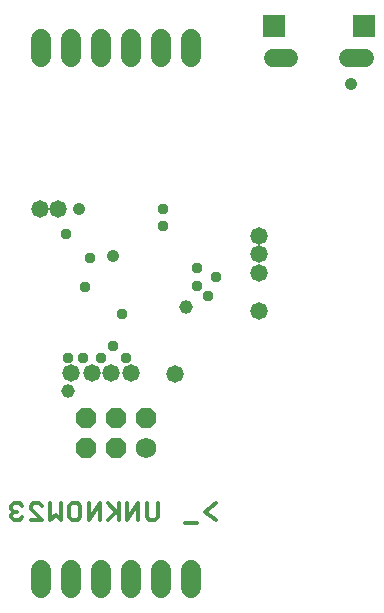
<source format=gbr>
G04 EAGLE Gerber RS-274X export*
G75*
%MOMM*%
%FSLAX34Y34*%
%LPD*%
%INSoldermask Bottom*%
%IPPOS*%
%AMOC8*
5,1,8,0,0,1.08239X$1,22.5*%
G01*
%ADD10C,0.355600*%
%ADD11C,1.727200*%
%ADD12P,1.869504X8X202.500000*%
%ADD13C,1.561200*%
%ADD14R,1.928200X1.928200*%
%ADD15C,1.727200*%
%ADD16C,1.473200*%
%ADD17C,1.059600*%
%ADD18C,1.159600*%
%ADD19C,0.959600*%


D10*
X522310Y109827D02*
X512819Y102709D01*
X522310Y95591D01*
X505938Y93218D02*
X496447Y93218D01*
X473195Y97963D02*
X473195Y109827D01*
X473195Y97963D02*
X470822Y95591D01*
X466077Y95591D01*
X463704Y97963D01*
X463704Y109827D01*
X456823Y109827D02*
X456823Y95591D01*
X447333Y95591D02*
X456823Y109827D01*
X447333Y109827D02*
X447333Y95591D01*
X440452Y95591D02*
X440452Y109827D01*
X440452Y100336D02*
X430961Y109827D01*
X438079Y102709D02*
X430961Y95591D01*
X424080Y95591D02*
X424080Y109827D01*
X414589Y95591D01*
X414589Y109827D01*
X405336Y109827D02*
X400591Y109827D01*
X405336Y109827D02*
X407709Y107454D01*
X407709Y97963D01*
X405336Y95591D01*
X400591Y95591D01*
X398218Y97963D01*
X398218Y107454D01*
X400591Y109827D01*
X391337Y109827D02*
X391337Y95591D01*
X386592Y100336D01*
X381846Y95591D01*
X381846Y109827D01*
X374965Y95591D02*
X365475Y95591D01*
X374965Y95591D02*
X365475Y105081D01*
X365475Y107454D01*
X367847Y109827D01*
X372593Y109827D01*
X374965Y107454D01*
X358594Y107454D02*
X356221Y109827D01*
X351476Y109827D01*
X349103Y107454D01*
X349103Y105081D01*
X351476Y102709D01*
X353849Y102709D01*
X351476Y102709D02*
X349103Y100336D01*
X349103Y97963D01*
X351476Y95591D01*
X356221Y95591D01*
X358594Y97963D01*
D11*
X463550Y157063D03*
D12*
X438150Y157063D03*
X412750Y157063D03*
X463550Y182463D03*
X438150Y182463D03*
X412750Y182463D03*
D13*
X634600Y487250D02*
X648180Y487250D01*
X584600Y487250D02*
X571020Y487250D01*
D14*
X647850Y514250D03*
X571350Y514250D03*
D15*
X501650Y502820D02*
X501650Y487580D01*
X476250Y487580D02*
X476250Y502820D01*
X450850Y502820D02*
X450850Y487580D01*
X425450Y487580D02*
X425450Y502820D01*
X400050Y502820D02*
X400050Y487580D01*
X374650Y487580D02*
X374650Y502820D01*
X374650Y53245D02*
X374650Y38005D01*
X400050Y38005D02*
X400050Y53245D01*
X425450Y53245D02*
X425450Y38005D01*
X450850Y38005D02*
X450850Y53245D01*
X476250Y53245D02*
X476250Y38005D01*
X501650Y38005D02*
X501650Y53245D01*
D16*
X433388Y220563D03*
X417513Y220563D03*
X400050Y220563D03*
X373063Y358675D03*
X388938Y358675D03*
X558800Y320575D03*
X558800Y336450D03*
X558800Y304700D03*
X487363Y218975D03*
X558800Y272950D03*
X450850Y220563D03*
D17*
X636588Y465038D03*
D18*
X496888Y276125D03*
X396875Y204688D03*
D19*
X411480Y292889D03*
X522288Y301525D03*
D17*
X434975Y318988D03*
X406400Y358675D03*
D19*
X477838Y358675D03*
X442913Y269775D03*
X434975Y242788D03*
X477838Y344388D03*
X425450Y233263D03*
X409575Y233263D03*
X396875Y233263D03*
X415925Y317400D03*
X395288Y338038D03*
X506413Y293588D03*
X506413Y309463D03*
X515938Y285650D03*
X446088Y233263D03*
M02*

</source>
